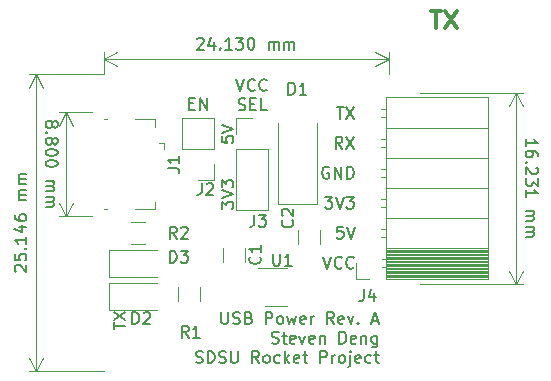
<source format=gbr>
G04 #@! TF.GenerationSoftware,KiCad,Pcbnew,5.1.6-c6e7f7d~86~ubuntu18.04.1*
G04 #@! TF.CreationDate,2020-05-25T23:57:25-07:00*
G04 #@! TF.ProjectId,usb_power,7573625f-706f-4776-9572-2e6b69636164,rev?*
G04 #@! TF.SameCoordinates,Original*
G04 #@! TF.FileFunction,Legend,Top*
G04 #@! TF.FilePolarity,Positive*
%FSLAX46Y46*%
G04 Gerber Fmt 4.6, Leading zero omitted, Abs format (unit mm)*
G04 Created by KiCad (PCBNEW 5.1.6-c6e7f7d~86~ubuntu18.04.1) date 2020-05-25 23:57:25*
%MOMM*%
%LPD*%
G01*
G04 APERTURE LIST*
%ADD10C,0.150000*%
%ADD11C,0.300000*%
%ADD12C,0.120000*%
G04 APERTURE END LIST*
D10*
X161734666Y-88035380D02*
X162068000Y-89035380D01*
X162401333Y-88035380D01*
X163306095Y-88940142D02*
X163258476Y-88987761D01*
X163115619Y-89035380D01*
X163020380Y-89035380D01*
X162877523Y-88987761D01*
X162782285Y-88892523D01*
X162734666Y-88797285D01*
X162687047Y-88606809D01*
X162687047Y-88463952D01*
X162734666Y-88273476D01*
X162782285Y-88178238D01*
X162877523Y-88083000D01*
X163020380Y-88035380D01*
X163115619Y-88035380D01*
X163258476Y-88083000D01*
X163306095Y-88130619D01*
X164306095Y-88940142D02*
X164258476Y-88987761D01*
X164115619Y-89035380D01*
X164020380Y-89035380D01*
X163877523Y-88987761D01*
X163782285Y-88892523D01*
X163734666Y-88797285D01*
X163687047Y-88606809D01*
X163687047Y-88463952D01*
X163734666Y-88273476D01*
X163782285Y-88178238D01*
X163877523Y-88083000D01*
X164020380Y-88035380D01*
X164115619Y-88035380D01*
X164258476Y-88083000D01*
X164306095Y-88130619D01*
X161925142Y-90637761D02*
X162068000Y-90685380D01*
X162306095Y-90685380D01*
X162401333Y-90637761D01*
X162448952Y-90590142D01*
X162496571Y-90494904D01*
X162496571Y-90399666D01*
X162448952Y-90304428D01*
X162401333Y-90256809D01*
X162306095Y-90209190D01*
X162115619Y-90161571D01*
X162020380Y-90113952D01*
X161972761Y-90066333D01*
X161925142Y-89971095D01*
X161925142Y-89875857D01*
X161972761Y-89780619D01*
X162020380Y-89733000D01*
X162115619Y-89685380D01*
X162353714Y-89685380D01*
X162496571Y-89733000D01*
X162925142Y-90161571D02*
X163258476Y-90161571D01*
X163401333Y-90685380D02*
X162925142Y-90685380D01*
X162925142Y-89685380D01*
X163401333Y-89685380D01*
X164306095Y-90685380D02*
X163829904Y-90685380D01*
X163829904Y-89685380D01*
X160488380Y-92900476D02*
X160488380Y-93376666D01*
X160964571Y-93424285D01*
X160916952Y-93376666D01*
X160869333Y-93281428D01*
X160869333Y-93043333D01*
X160916952Y-92948095D01*
X160964571Y-92900476D01*
X161059809Y-92852857D01*
X161297904Y-92852857D01*
X161393142Y-92900476D01*
X161440761Y-92948095D01*
X161488380Y-93043333D01*
X161488380Y-93281428D01*
X161440761Y-93376666D01*
X161393142Y-93424285D01*
X160488380Y-92567142D02*
X161488380Y-92233809D01*
X160488380Y-91900476D01*
X160488380Y-99028095D02*
X160488380Y-98409047D01*
X160869333Y-98742380D01*
X160869333Y-98599523D01*
X160916952Y-98504285D01*
X160964571Y-98456666D01*
X161059809Y-98409047D01*
X161297904Y-98409047D01*
X161393142Y-98456666D01*
X161440761Y-98504285D01*
X161488380Y-98599523D01*
X161488380Y-98885238D01*
X161440761Y-98980476D01*
X161393142Y-99028095D01*
X160488380Y-98123333D02*
X161488380Y-97790000D01*
X160488380Y-97456666D01*
X160488380Y-97218571D02*
X160488380Y-96599523D01*
X160869333Y-96932857D01*
X160869333Y-96790000D01*
X160916952Y-96694761D01*
X160964571Y-96647142D01*
X161059809Y-96599523D01*
X161297904Y-96599523D01*
X161393142Y-96647142D01*
X161440761Y-96694761D01*
X161488380Y-96790000D01*
X161488380Y-97075714D01*
X161440761Y-97170952D01*
X161393142Y-97218571D01*
X157757904Y-90098571D02*
X158091238Y-90098571D01*
X158234095Y-90622380D02*
X157757904Y-90622380D01*
X157757904Y-89622380D01*
X158234095Y-89622380D01*
X158662666Y-90622380D02*
X158662666Y-89622380D01*
X159234095Y-90622380D01*
X159234095Y-89622380D01*
X169098595Y-103084380D02*
X169431928Y-104084380D01*
X169765261Y-103084380D01*
X170670023Y-103989142D02*
X170622404Y-104036761D01*
X170479547Y-104084380D01*
X170384309Y-104084380D01*
X170241452Y-104036761D01*
X170146214Y-103941523D01*
X170098595Y-103846285D01*
X170050976Y-103655809D01*
X170050976Y-103512952D01*
X170098595Y-103322476D01*
X170146214Y-103227238D01*
X170241452Y-103132000D01*
X170384309Y-103084380D01*
X170479547Y-103084380D01*
X170622404Y-103132000D01*
X170670023Y-103179619D01*
X171670023Y-103989142D02*
X171622404Y-104036761D01*
X171479547Y-104084380D01*
X171384309Y-104084380D01*
X171241452Y-104036761D01*
X171146214Y-103941523D01*
X171098595Y-103846285D01*
X171050976Y-103655809D01*
X171050976Y-103512952D01*
X171098595Y-103322476D01*
X171146214Y-103227238D01*
X171241452Y-103132000D01*
X171384309Y-103084380D01*
X171479547Y-103084380D01*
X171622404Y-103132000D01*
X171670023Y-103179619D01*
X170765261Y-100544380D02*
X170289071Y-100544380D01*
X170241452Y-101020571D01*
X170289071Y-100972952D01*
X170384309Y-100925333D01*
X170622404Y-100925333D01*
X170717642Y-100972952D01*
X170765261Y-101020571D01*
X170812880Y-101115809D01*
X170812880Y-101353904D01*
X170765261Y-101449142D01*
X170717642Y-101496761D01*
X170622404Y-101544380D01*
X170384309Y-101544380D01*
X170289071Y-101496761D01*
X170241452Y-101449142D01*
X171098595Y-100544380D02*
X171431928Y-101544380D01*
X171765261Y-100544380D01*
X169241452Y-98004380D02*
X169860500Y-98004380D01*
X169527166Y-98385333D01*
X169670023Y-98385333D01*
X169765261Y-98432952D01*
X169812880Y-98480571D01*
X169860500Y-98575809D01*
X169860500Y-98813904D01*
X169812880Y-98909142D01*
X169765261Y-98956761D01*
X169670023Y-99004380D01*
X169384309Y-99004380D01*
X169289071Y-98956761D01*
X169241452Y-98909142D01*
X170146214Y-98004380D02*
X170479547Y-99004380D01*
X170812880Y-98004380D01*
X171050976Y-98004380D02*
X171670023Y-98004380D01*
X171336690Y-98385333D01*
X171479547Y-98385333D01*
X171574785Y-98432952D01*
X171622404Y-98480571D01*
X171670023Y-98575809D01*
X171670023Y-98813904D01*
X171622404Y-98909142D01*
X171574785Y-98956761D01*
X171479547Y-99004380D01*
X171193833Y-99004380D01*
X171098595Y-98956761D01*
X171050976Y-98909142D01*
X169574785Y-95512000D02*
X169479547Y-95464380D01*
X169336690Y-95464380D01*
X169193833Y-95512000D01*
X169098595Y-95607238D01*
X169050976Y-95702476D01*
X169003357Y-95892952D01*
X169003357Y-96035809D01*
X169050976Y-96226285D01*
X169098595Y-96321523D01*
X169193833Y-96416761D01*
X169336690Y-96464380D01*
X169431928Y-96464380D01*
X169574785Y-96416761D01*
X169622404Y-96369142D01*
X169622404Y-96035809D01*
X169431928Y-96035809D01*
X170050976Y-96464380D02*
X170050976Y-95464380D01*
X170622404Y-96464380D01*
X170622404Y-95464380D01*
X171098595Y-96464380D02*
X171098595Y-95464380D01*
X171336690Y-95464380D01*
X171479547Y-95512000D01*
X171574785Y-95607238D01*
X171622404Y-95702476D01*
X171670023Y-95892952D01*
X171670023Y-96035809D01*
X171622404Y-96226285D01*
X171574785Y-96321523D01*
X171479547Y-96416761D01*
X171336690Y-96464380D01*
X171098595Y-96464380D01*
X170717642Y-93924380D02*
X170384309Y-93448190D01*
X170146214Y-93924380D02*
X170146214Y-92924380D01*
X170527166Y-92924380D01*
X170622404Y-92972000D01*
X170670023Y-93019619D01*
X170717642Y-93114857D01*
X170717642Y-93257714D01*
X170670023Y-93352952D01*
X170622404Y-93400571D01*
X170527166Y-93448190D01*
X170146214Y-93448190D01*
X171050976Y-92924380D02*
X171717642Y-93924380D01*
X171717642Y-92924380D02*
X171050976Y-93924380D01*
X170241452Y-90384380D02*
X170812880Y-90384380D01*
X170527166Y-91384380D02*
X170527166Y-90384380D01*
X171050976Y-90384380D02*
X171717642Y-91384380D01*
X171717642Y-90384380D02*
X171050976Y-91384380D01*
D11*
X178224428Y-82236571D02*
X179081571Y-82236571D01*
X178653000Y-83736571D02*
X178653000Y-82236571D01*
X179438714Y-82236571D02*
X180438714Y-83736571D01*
X180438714Y-82236571D02*
X179438714Y-83736571D01*
D10*
X160463928Y-107784380D02*
X160463928Y-108593904D01*
X160511547Y-108689142D01*
X160559166Y-108736761D01*
X160654404Y-108784380D01*
X160844880Y-108784380D01*
X160940119Y-108736761D01*
X160987738Y-108689142D01*
X161035357Y-108593904D01*
X161035357Y-107784380D01*
X161463928Y-108736761D02*
X161606785Y-108784380D01*
X161844880Y-108784380D01*
X161940119Y-108736761D01*
X161987738Y-108689142D01*
X162035357Y-108593904D01*
X162035357Y-108498666D01*
X161987738Y-108403428D01*
X161940119Y-108355809D01*
X161844880Y-108308190D01*
X161654404Y-108260571D01*
X161559166Y-108212952D01*
X161511547Y-108165333D01*
X161463928Y-108070095D01*
X161463928Y-107974857D01*
X161511547Y-107879619D01*
X161559166Y-107832000D01*
X161654404Y-107784380D01*
X161892500Y-107784380D01*
X162035357Y-107832000D01*
X162797261Y-108260571D02*
X162940119Y-108308190D01*
X162987738Y-108355809D01*
X163035357Y-108451047D01*
X163035357Y-108593904D01*
X162987738Y-108689142D01*
X162940119Y-108736761D01*
X162844880Y-108784380D01*
X162463928Y-108784380D01*
X162463928Y-107784380D01*
X162797261Y-107784380D01*
X162892500Y-107832000D01*
X162940119Y-107879619D01*
X162987738Y-107974857D01*
X162987738Y-108070095D01*
X162940119Y-108165333D01*
X162892500Y-108212952D01*
X162797261Y-108260571D01*
X162463928Y-108260571D01*
X164225833Y-108784380D02*
X164225833Y-107784380D01*
X164606785Y-107784380D01*
X164702023Y-107832000D01*
X164749642Y-107879619D01*
X164797261Y-107974857D01*
X164797261Y-108117714D01*
X164749642Y-108212952D01*
X164702023Y-108260571D01*
X164606785Y-108308190D01*
X164225833Y-108308190D01*
X165368690Y-108784380D02*
X165273452Y-108736761D01*
X165225833Y-108689142D01*
X165178214Y-108593904D01*
X165178214Y-108308190D01*
X165225833Y-108212952D01*
X165273452Y-108165333D01*
X165368690Y-108117714D01*
X165511547Y-108117714D01*
X165606785Y-108165333D01*
X165654404Y-108212952D01*
X165702023Y-108308190D01*
X165702023Y-108593904D01*
X165654404Y-108689142D01*
X165606785Y-108736761D01*
X165511547Y-108784380D01*
X165368690Y-108784380D01*
X166035357Y-108117714D02*
X166225833Y-108784380D01*
X166416309Y-108308190D01*
X166606785Y-108784380D01*
X166797261Y-108117714D01*
X167559166Y-108736761D02*
X167463928Y-108784380D01*
X167273452Y-108784380D01*
X167178214Y-108736761D01*
X167130595Y-108641523D01*
X167130595Y-108260571D01*
X167178214Y-108165333D01*
X167273452Y-108117714D01*
X167463928Y-108117714D01*
X167559166Y-108165333D01*
X167606785Y-108260571D01*
X167606785Y-108355809D01*
X167130595Y-108451047D01*
X168035357Y-108784380D02*
X168035357Y-108117714D01*
X168035357Y-108308190D02*
X168082976Y-108212952D01*
X168130595Y-108165333D01*
X168225833Y-108117714D01*
X168321071Y-108117714D01*
X169987738Y-108784380D02*
X169654404Y-108308190D01*
X169416309Y-108784380D02*
X169416309Y-107784380D01*
X169797261Y-107784380D01*
X169892500Y-107832000D01*
X169940119Y-107879619D01*
X169987738Y-107974857D01*
X169987738Y-108117714D01*
X169940119Y-108212952D01*
X169892500Y-108260571D01*
X169797261Y-108308190D01*
X169416309Y-108308190D01*
X170797261Y-108736761D02*
X170702023Y-108784380D01*
X170511547Y-108784380D01*
X170416309Y-108736761D01*
X170368690Y-108641523D01*
X170368690Y-108260571D01*
X170416309Y-108165333D01*
X170511547Y-108117714D01*
X170702023Y-108117714D01*
X170797261Y-108165333D01*
X170844880Y-108260571D01*
X170844880Y-108355809D01*
X170368690Y-108451047D01*
X171178214Y-108117714D02*
X171416309Y-108784380D01*
X171654404Y-108117714D01*
X172035357Y-108689142D02*
X172082976Y-108736761D01*
X172035357Y-108784380D01*
X171987738Y-108736761D01*
X172035357Y-108689142D01*
X172035357Y-108784380D01*
X173225833Y-108498666D02*
X173702023Y-108498666D01*
X173130595Y-108784380D02*
X173463928Y-107784380D01*
X173797261Y-108784380D01*
X164749642Y-110386761D02*
X164892500Y-110434380D01*
X165130595Y-110434380D01*
X165225833Y-110386761D01*
X165273452Y-110339142D01*
X165321071Y-110243904D01*
X165321071Y-110148666D01*
X165273452Y-110053428D01*
X165225833Y-110005809D01*
X165130595Y-109958190D01*
X164940119Y-109910571D01*
X164844880Y-109862952D01*
X164797261Y-109815333D01*
X164749642Y-109720095D01*
X164749642Y-109624857D01*
X164797261Y-109529619D01*
X164844880Y-109482000D01*
X164940119Y-109434380D01*
X165178214Y-109434380D01*
X165321071Y-109482000D01*
X165606785Y-109767714D02*
X165987738Y-109767714D01*
X165749642Y-109434380D02*
X165749642Y-110291523D01*
X165797261Y-110386761D01*
X165892500Y-110434380D01*
X165987738Y-110434380D01*
X166702023Y-110386761D02*
X166606785Y-110434380D01*
X166416309Y-110434380D01*
X166321071Y-110386761D01*
X166273452Y-110291523D01*
X166273452Y-109910571D01*
X166321071Y-109815333D01*
X166416309Y-109767714D01*
X166606785Y-109767714D01*
X166702023Y-109815333D01*
X166749642Y-109910571D01*
X166749642Y-110005809D01*
X166273452Y-110101047D01*
X167082976Y-109767714D02*
X167321071Y-110434380D01*
X167559166Y-109767714D01*
X168321071Y-110386761D02*
X168225833Y-110434380D01*
X168035357Y-110434380D01*
X167940119Y-110386761D01*
X167892500Y-110291523D01*
X167892500Y-109910571D01*
X167940119Y-109815333D01*
X168035357Y-109767714D01*
X168225833Y-109767714D01*
X168321071Y-109815333D01*
X168368690Y-109910571D01*
X168368690Y-110005809D01*
X167892500Y-110101047D01*
X168797261Y-109767714D02*
X168797261Y-110434380D01*
X168797261Y-109862952D02*
X168844880Y-109815333D01*
X168940119Y-109767714D01*
X169082976Y-109767714D01*
X169178214Y-109815333D01*
X169225833Y-109910571D01*
X169225833Y-110434380D01*
X170463928Y-110434380D02*
X170463928Y-109434380D01*
X170702023Y-109434380D01*
X170844880Y-109482000D01*
X170940119Y-109577238D01*
X170987738Y-109672476D01*
X171035357Y-109862952D01*
X171035357Y-110005809D01*
X170987738Y-110196285D01*
X170940119Y-110291523D01*
X170844880Y-110386761D01*
X170702023Y-110434380D01*
X170463928Y-110434380D01*
X171844880Y-110386761D02*
X171749642Y-110434380D01*
X171559166Y-110434380D01*
X171463928Y-110386761D01*
X171416309Y-110291523D01*
X171416309Y-109910571D01*
X171463928Y-109815333D01*
X171559166Y-109767714D01*
X171749642Y-109767714D01*
X171844880Y-109815333D01*
X171892500Y-109910571D01*
X171892500Y-110005809D01*
X171416309Y-110101047D01*
X172321071Y-109767714D02*
X172321071Y-110434380D01*
X172321071Y-109862952D02*
X172368690Y-109815333D01*
X172463928Y-109767714D01*
X172606785Y-109767714D01*
X172702023Y-109815333D01*
X172749642Y-109910571D01*
X172749642Y-110434380D01*
X173654404Y-109767714D02*
X173654404Y-110577238D01*
X173606785Y-110672476D01*
X173559166Y-110720095D01*
X173463928Y-110767714D01*
X173321071Y-110767714D01*
X173225833Y-110720095D01*
X173654404Y-110386761D02*
X173559166Y-110434380D01*
X173368690Y-110434380D01*
X173273452Y-110386761D01*
X173225833Y-110339142D01*
X173178214Y-110243904D01*
X173178214Y-109958190D01*
X173225833Y-109862952D01*
X173273452Y-109815333D01*
X173368690Y-109767714D01*
X173559166Y-109767714D01*
X173654404Y-109815333D01*
X158321071Y-112036761D02*
X158463928Y-112084380D01*
X158702023Y-112084380D01*
X158797261Y-112036761D01*
X158844880Y-111989142D01*
X158892500Y-111893904D01*
X158892500Y-111798666D01*
X158844880Y-111703428D01*
X158797261Y-111655809D01*
X158702023Y-111608190D01*
X158511547Y-111560571D01*
X158416309Y-111512952D01*
X158368690Y-111465333D01*
X158321071Y-111370095D01*
X158321071Y-111274857D01*
X158368690Y-111179619D01*
X158416309Y-111132000D01*
X158511547Y-111084380D01*
X158749642Y-111084380D01*
X158892500Y-111132000D01*
X159321071Y-112084380D02*
X159321071Y-111084380D01*
X159559166Y-111084380D01*
X159702023Y-111132000D01*
X159797261Y-111227238D01*
X159844880Y-111322476D01*
X159892500Y-111512952D01*
X159892500Y-111655809D01*
X159844880Y-111846285D01*
X159797261Y-111941523D01*
X159702023Y-112036761D01*
X159559166Y-112084380D01*
X159321071Y-112084380D01*
X160273452Y-112036761D02*
X160416309Y-112084380D01*
X160654404Y-112084380D01*
X160749642Y-112036761D01*
X160797261Y-111989142D01*
X160844880Y-111893904D01*
X160844880Y-111798666D01*
X160797261Y-111703428D01*
X160749642Y-111655809D01*
X160654404Y-111608190D01*
X160463928Y-111560571D01*
X160368690Y-111512952D01*
X160321071Y-111465333D01*
X160273452Y-111370095D01*
X160273452Y-111274857D01*
X160321071Y-111179619D01*
X160368690Y-111132000D01*
X160463928Y-111084380D01*
X160702023Y-111084380D01*
X160844880Y-111132000D01*
X161273452Y-111084380D02*
X161273452Y-111893904D01*
X161321071Y-111989142D01*
X161368690Y-112036761D01*
X161463928Y-112084380D01*
X161654404Y-112084380D01*
X161749642Y-112036761D01*
X161797261Y-111989142D01*
X161844880Y-111893904D01*
X161844880Y-111084380D01*
X163654404Y-112084380D02*
X163321071Y-111608190D01*
X163082976Y-112084380D02*
X163082976Y-111084380D01*
X163463928Y-111084380D01*
X163559166Y-111132000D01*
X163606785Y-111179619D01*
X163654404Y-111274857D01*
X163654404Y-111417714D01*
X163606785Y-111512952D01*
X163559166Y-111560571D01*
X163463928Y-111608190D01*
X163082976Y-111608190D01*
X164225833Y-112084380D02*
X164130595Y-112036761D01*
X164082976Y-111989142D01*
X164035357Y-111893904D01*
X164035357Y-111608190D01*
X164082976Y-111512952D01*
X164130595Y-111465333D01*
X164225833Y-111417714D01*
X164368690Y-111417714D01*
X164463928Y-111465333D01*
X164511547Y-111512952D01*
X164559166Y-111608190D01*
X164559166Y-111893904D01*
X164511547Y-111989142D01*
X164463928Y-112036761D01*
X164368690Y-112084380D01*
X164225833Y-112084380D01*
X165416309Y-112036761D02*
X165321071Y-112084380D01*
X165130595Y-112084380D01*
X165035357Y-112036761D01*
X164987738Y-111989142D01*
X164940119Y-111893904D01*
X164940119Y-111608190D01*
X164987738Y-111512952D01*
X165035357Y-111465333D01*
X165130595Y-111417714D01*
X165321071Y-111417714D01*
X165416309Y-111465333D01*
X165844880Y-112084380D02*
X165844880Y-111084380D01*
X165940119Y-111703428D02*
X166225833Y-112084380D01*
X166225833Y-111417714D02*
X165844880Y-111798666D01*
X167035357Y-112036761D02*
X166940119Y-112084380D01*
X166749642Y-112084380D01*
X166654404Y-112036761D01*
X166606785Y-111941523D01*
X166606785Y-111560571D01*
X166654404Y-111465333D01*
X166749642Y-111417714D01*
X166940119Y-111417714D01*
X167035357Y-111465333D01*
X167082976Y-111560571D01*
X167082976Y-111655809D01*
X166606785Y-111751047D01*
X167368690Y-111417714D02*
X167749642Y-111417714D01*
X167511547Y-111084380D02*
X167511547Y-111941523D01*
X167559166Y-112036761D01*
X167654404Y-112084380D01*
X167749642Y-112084380D01*
X168844880Y-112084380D02*
X168844880Y-111084380D01*
X169225833Y-111084380D01*
X169321071Y-111132000D01*
X169368690Y-111179619D01*
X169416309Y-111274857D01*
X169416309Y-111417714D01*
X169368690Y-111512952D01*
X169321071Y-111560571D01*
X169225833Y-111608190D01*
X168844880Y-111608190D01*
X169844880Y-112084380D02*
X169844880Y-111417714D01*
X169844880Y-111608190D02*
X169892499Y-111512952D01*
X169940119Y-111465333D01*
X170035357Y-111417714D01*
X170130595Y-111417714D01*
X170606785Y-112084380D02*
X170511547Y-112036761D01*
X170463928Y-111989142D01*
X170416309Y-111893904D01*
X170416309Y-111608190D01*
X170463928Y-111512952D01*
X170511547Y-111465333D01*
X170606785Y-111417714D01*
X170749642Y-111417714D01*
X170844880Y-111465333D01*
X170892499Y-111512952D01*
X170940119Y-111608190D01*
X170940119Y-111893904D01*
X170892499Y-111989142D01*
X170844880Y-112036761D01*
X170749642Y-112084380D01*
X170606785Y-112084380D01*
X171368690Y-111417714D02*
X171368690Y-112274857D01*
X171321071Y-112370095D01*
X171225833Y-112417714D01*
X171178214Y-112417714D01*
X171368690Y-111084380D02*
X171321071Y-111132000D01*
X171368690Y-111179619D01*
X171416309Y-111132000D01*
X171368690Y-111084380D01*
X171368690Y-111179619D01*
X172225833Y-112036761D02*
X172130595Y-112084380D01*
X171940119Y-112084380D01*
X171844880Y-112036761D01*
X171797261Y-111941523D01*
X171797261Y-111560571D01*
X171844880Y-111465333D01*
X171940119Y-111417714D01*
X172130595Y-111417714D01*
X172225833Y-111465333D01*
X172273452Y-111560571D01*
X172273452Y-111655809D01*
X171797261Y-111751047D01*
X173130595Y-112036761D02*
X173035357Y-112084380D01*
X172844880Y-112084380D01*
X172749642Y-112036761D01*
X172702023Y-111989142D01*
X172654404Y-111893904D01*
X172654404Y-111608190D01*
X172702023Y-111512952D01*
X172749642Y-111465333D01*
X172844880Y-111417714D01*
X173035357Y-111417714D01*
X173130595Y-111465333D01*
X173416309Y-111417714D02*
X173797261Y-111417714D01*
X173559166Y-111084380D02*
X173559166Y-111941523D01*
X173606785Y-112036761D01*
X173702023Y-112084380D01*
X173797261Y-112084380D01*
X186237619Y-93723271D02*
X186237619Y-93151842D01*
X186237619Y-93437557D02*
X187237619Y-93437557D01*
X187094761Y-93342319D01*
X186999523Y-93247080D01*
X186951904Y-93151842D01*
X187237619Y-94580414D02*
X187237619Y-94389938D01*
X187190000Y-94294700D01*
X187142380Y-94247080D01*
X186999523Y-94151842D01*
X186809047Y-94104223D01*
X186428095Y-94104223D01*
X186332857Y-94151842D01*
X186285238Y-94199461D01*
X186237619Y-94294700D01*
X186237619Y-94485176D01*
X186285238Y-94580414D01*
X186332857Y-94628033D01*
X186428095Y-94675652D01*
X186666190Y-94675652D01*
X186761428Y-94628033D01*
X186809047Y-94580414D01*
X186856666Y-94485176D01*
X186856666Y-94294700D01*
X186809047Y-94199461D01*
X186761428Y-94151842D01*
X186666190Y-94104223D01*
X186332857Y-95104223D02*
X186285238Y-95151842D01*
X186237619Y-95104223D01*
X186285238Y-95056604D01*
X186332857Y-95104223D01*
X186237619Y-95104223D01*
X187142380Y-95532795D02*
X187190000Y-95580414D01*
X187237619Y-95675652D01*
X187237619Y-95913747D01*
X187190000Y-96008985D01*
X187142380Y-96056604D01*
X187047142Y-96104223D01*
X186951904Y-96104223D01*
X186809047Y-96056604D01*
X186237619Y-95485176D01*
X186237619Y-96104223D01*
X187237619Y-96437557D02*
X187237619Y-97056604D01*
X186856666Y-96723271D01*
X186856666Y-96866128D01*
X186809047Y-96961366D01*
X186761428Y-97008985D01*
X186666190Y-97056604D01*
X186428095Y-97056604D01*
X186332857Y-97008985D01*
X186285238Y-96961366D01*
X186237619Y-96866128D01*
X186237619Y-96580414D01*
X186285238Y-96485176D01*
X186332857Y-96437557D01*
X186237619Y-98008985D02*
X186237619Y-97437557D01*
X186237619Y-97723271D02*
X187237619Y-97723271D01*
X187094761Y-97628033D01*
X186999523Y-97532795D01*
X186951904Y-97437557D01*
X186237619Y-99199461D02*
X186904285Y-99199461D01*
X186809047Y-99199461D02*
X186856666Y-99247080D01*
X186904285Y-99342319D01*
X186904285Y-99485176D01*
X186856666Y-99580414D01*
X186761428Y-99628033D01*
X186237619Y-99628033D01*
X186761428Y-99628033D02*
X186856666Y-99675652D01*
X186904285Y-99770890D01*
X186904285Y-99913747D01*
X186856666Y-100008985D01*
X186761428Y-100056604D01*
X186237619Y-100056604D01*
X186237619Y-100532795D02*
X186904285Y-100532795D01*
X186809047Y-100532795D02*
X186856666Y-100580414D01*
X186904285Y-100675652D01*
X186904285Y-100818509D01*
X186856666Y-100913747D01*
X186761428Y-100961366D01*
X186237619Y-100961366D01*
X186761428Y-100961366D02*
X186856666Y-101008985D01*
X186904285Y-101104223D01*
X186904285Y-101247080D01*
X186856666Y-101342319D01*
X186761428Y-101389938D01*
X186237619Y-101389938D01*
D12*
X185420000Y-89179400D02*
X185420000Y-105410000D01*
X177328000Y-89179400D02*
X186006421Y-89179400D01*
X177328000Y-105410000D02*
X186006421Y-105410000D01*
X185420000Y-105410000D02*
X184833579Y-104283496D01*
X185420000Y-105410000D02*
X186006421Y-104283496D01*
X185420000Y-89179400D02*
X184833579Y-90305904D01*
X185420000Y-89179400D02*
X186006421Y-90305904D01*
D10*
X151344380Y-109219904D02*
X151344380Y-108648476D01*
X152344380Y-108934190D02*
X151344380Y-108934190D01*
X151344380Y-108410380D02*
X152344380Y-107743714D01*
X151344380Y-107743714D02*
X152344380Y-108410380D01*
X146169048Y-91773809D02*
X146216667Y-91678571D01*
X146264286Y-91630952D01*
X146359524Y-91583333D01*
X146407143Y-91583333D01*
X146502381Y-91630952D01*
X146550001Y-91678571D01*
X146597620Y-91773809D01*
X146597620Y-91964285D01*
X146550001Y-92059523D01*
X146502381Y-92107142D01*
X146407143Y-92154761D01*
X146359524Y-92154761D01*
X146264286Y-92107142D01*
X146216667Y-92059523D01*
X146169048Y-91964285D01*
X146169048Y-91773809D01*
X146121429Y-91678571D01*
X146073810Y-91630952D01*
X145978572Y-91583333D01*
X145788096Y-91583333D01*
X145692858Y-91630952D01*
X145645239Y-91678571D01*
X145597620Y-91773809D01*
X145597620Y-91964285D01*
X145645239Y-92059523D01*
X145692858Y-92107142D01*
X145788096Y-92154761D01*
X145978572Y-92154761D01*
X146073810Y-92107142D01*
X146121429Y-92059523D01*
X146169048Y-91964285D01*
X145692858Y-92583333D02*
X145645239Y-92630952D01*
X145597620Y-92583333D01*
X145645239Y-92535714D01*
X145692858Y-92583333D01*
X145597620Y-92583333D01*
X146169048Y-93202380D02*
X146216667Y-93107142D01*
X146264286Y-93059523D01*
X146359524Y-93011904D01*
X146407143Y-93011904D01*
X146502381Y-93059523D01*
X146550001Y-93107142D01*
X146597620Y-93202380D01*
X146597620Y-93392857D01*
X146550001Y-93488095D01*
X146502381Y-93535714D01*
X146407143Y-93583333D01*
X146359524Y-93583333D01*
X146264286Y-93535714D01*
X146216667Y-93488095D01*
X146169048Y-93392857D01*
X146169048Y-93202380D01*
X146121429Y-93107142D01*
X146073810Y-93059523D01*
X145978572Y-93011904D01*
X145788096Y-93011904D01*
X145692858Y-93059523D01*
X145645239Y-93107142D01*
X145597620Y-93202380D01*
X145597620Y-93392857D01*
X145645239Y-93488095D01*
X145692858Y-93535714D01*
X145788096Y-93583333D01*
X145978572Y-93583333D01*
X146073810Y-93535714D01*
X146121429Y-93488095D01*
X146169048Y-93392857D01*
X146597620Y-94202380D02*
X146597620Y-94297619D01*
X146550001Y-94392857D01*
X146502381Y-94440476D01*
X146407143Y-94488095D01*
X146216667Y-94535714D01*
X145978572Y-94535714D01*
X145788096Y-94488095D01*
X145692858Y-94440476D01*
X145645239Y-94392857D01*
X145597620Y-94297619D01*
X145597620Y-94202380D01*
X145645239Y-94107142D01*
X145692858Y-94059523D01*
X145788096Y-94011904D01*
X145978572Y-93964285D01*
X146216667Y-93964285D01*
X146407143Y-94011904D01*
X146502381Y-94059523D01*
X146550001Y-94107142D01*
X146597620Y-94202380D01*
X146597620Y-95154761D02*
X146597620Y-95250000D01*
X146550001Y-95345238D01*
X146502381Y-95392857D01*
X146407143Y-95440476D01*
X146216667Y-95488095D01*
X145978572Y-95488095D01*
X145788096Y-95440476D01*
X145692858Y-95392857D01*
X145645239Y-95345238D01*
X145597620Y-95250000D01*
X145597620Y-95154761D01*
X145645239Y-95059523D01*
X145692858Y-95011904D01*
X145788096Y-94964285D01*
X145978572Y-94916666D01*
X146216667Y-94916666D01*
X146407143Y-94964285D01*
X146502381Y-95011904D01*
X146550001Y-95059523D01*
X146597620Y-95154761D01*
X145597620Y-96678571D02*
X146264286Y-96678571D01*
X146169048Y-96678571D02*
X146216667Y-96726190D01*
X146264286Y-96821428D01*
X146264286Y-96964285D01*
X146216667Y-97059523D01*
X146121429Y-97107142D01*
X145597620Y-97107142D01*
X146121429Y-97107142D02*
X146216667Y-97154761D01*
X146264286Y-97250000D01*
X146264286Y-97392857D01*
X146216667Y-97488095D01*
X146121429Y-97535714D01*
X145597620Y-97535714D01*
X145597620Y-98011904D02*
X146264286Y-98011904D01*
X146169048Y-98011904D02*
X146216667Y-98059523D01*
X146264286Y-98154761D01*
X146264286Y-98297619D01*
X146216667Y-98392857D01*
X146121429Y-98440476D01*
X145597620Y-98440476D01*
X146121429Y-98440476D02*
X146216667Y-98488095D01*
X146264286Y-98583333D01*
X146264286Y-98726190D01*
X146216667Y-98821428D01*
X146121429Y-98869047D01*
X145597620Y-98869047D01*
D12*
X147320001Y-90850000D02*
X147320001Y-99650000D01*
X149522000Y-90850000D02*
X146733580Y-90850000D01*
X149522000Y-99650000D02*
X146733580Y-99650000D01*
X147320001Y-99650000D02*
X146733580Y-98523496D01*
X147320001Y-99650000D02*
X147906422Y-98523496D01*
X147320001Y-90850000D02*
X146733580Y-91976504D01*
X147320001Y-90850000D02*
X147906422Y-91976504D01*
D10*
X158417142Y-84637619D02*
X158464761Y-84590000D01*
X158560000Y-84542380D01*
X158798095Y-84542380D01*
X158893333Y-84590000D01*
X158940952Y-84637619D01*
X158988571Y-84732857D01*
X158988571Y-84828095D01*
X158940952Y-84970952D01*
X158369523Y-85542380D01*
X158988571Y-85542380D01*
X159845714Y-84875714D02*
X159845714Y-85542380D01*
X159607619Y-84494761D02*
X159369523Y-85209047D01*
X159988571Y-85209047D01*
X160369523Y-85447142D02*
X160417142Y-85494761D01*
X160369523Y-85542380D01*
X160321904Y-85494761D01*
X160369523Y-85447142D01*
X160369523Y-85542380D01*
X161369523Y-85542380D02*
X160798095Y-85542380D01*
X161083809Y-85542380D02*
X161083809Y-84542380D01*
X160988571Y-84685238D01*
X160893333Y-84780476D01*
X160798095Y-84828095D01*
X161702857Y-84542380D02*
X162321904Y-84542380D01*
X161988571Y-84923333D01*
X162131428Y-84923333D01*
X162226666Y-84970952D01*
X162274285Y-85018571D01*
X162321904Y-85113809D01*
X162321904Y-85351904D01*
X162274285Y-85447142D01*
X162226666Y-85494761D01*
X162131428Y-85542380D01*
X161845714Y-85542380D01*
X161750476Y-85494761D01*
X161702857Y-85447142D01*
X162940952Y-84542380D02*
X163036190Y-84542380D01*
X163131428Y-84590000D01*
X163179047Y-84637619D01*
X163226666Y-84732857D01*
X163274285Y-84923333D01*
X163274285Y-85161428D01*
X163226666Y-85351904D01*
X163179047Y-85447142D01*
X163131428Y-85494761D01*
X163036190Y-85542380D01*
X162940952Y-85542380D01*
X162845714Y-85494761D01*
X162798095Y-85447142D01*
X162750476Y-85351904D01*
X162702857Y-85161428D01*
X162702857Y-84923333D01*
X162750476Y-84732857D01*
X162798095Y-84637619D01*
X162845714Y-84590000D01*
X162940952Y-84542380D01*
X164464761Y-85542380D02*
X164464761Y-84875714D01*
X164464761Y-84970952D02*
X164512380Y-84923333D01*
X164607619Y-84875714D01*
X164750476Y-84875714D01*
X164845714Y-84923333D01*
X164893333Y-85018571D01*
X164893333Y-85542380D01*
X164893333Y-85018571D02*
X164940952Y-84923333D01*
X165036190Y-84875714D01*
X165179047Y-84875714D01*
X165274285Y-84923333D01*
X165321904Y-85018571D01*
X165321904Y-85542380D01*
X165798095Y-85542380D02*
X165798095Y-84875714D01*
X165798095Y-84970952D02*
X165845714Y-84923333D01*
X165940952Y-84875714D01*
X166083809Y-84875714D01*
X166179047Y-84923333D01*
X166226666Y-85018571D01*
X166226666Y-85542380D01*
X166226666Y-85018571D02*
X166274285Y-84923333D01*
X166369523Y-84875714D01*
X166512380Y-84875714D01*
X166607619Y-84923333D01*
X166655238Y-85018571D01*
X166655238Y-85542380D01*
D12*
X150495000Y-86360000D02*
X174625000Y-86360000D01*
X150495000Y-87630000D02*
X150495000Y-85773579D01*
X174625000Y-87630000D02*
X174625000Y-85773579D01*
X174625000Y-86360000D02*
X173498496Y-86946421D01*
X174625000Y-86360000D02*
X173498496Y-85773579D01*
X150495000Y-86360000D02*
X151621504Y-86946421D01*
X150495000Y-86360000D02*
X151621504Y-85773579D01*
D10*
X143057619Y-104345857D02*
X143010000Y-104298238D01*
X142962380Y-104203000D01*
X142962380Y-103964904D01*
X143010000Y-103869666D01*
X143057619Y-103822047D01*
X143152857Y-103774428D01*
X143248095Y-103774428D01*
X143390952Y-103822047D01*
X143962380Y-104393476D01*
X143962380Y-103774428D01*
X142962380Y-102869666D02*
X142962380Y-103345857D01*
X143438571Y-103393476D01*
X143390952Y-103345857D01*
X143343333Y-103250619D01*
X143343333Y-103012523D01*
X143390952Y-102917285D01*
X143438571Y-102869666D01*
X143533809Y-102822047D01*
X143771904Y-102822047D01*
X143867142Y-102869666D01*
X143914761Y-102917285D01*
X143962380Y-103012523D01*
X143962380Y-103250619D01*
X143914761Y-103345857D01*
X143867142Y-103393476D01*
X143867142Y-102393476D02*
X143914761Y-102345857D01*
X143962380Y-102393476D01*
X143914761Y-102441095D01*
X143867142Y-102393476D01*
X143962380Y-102393476D01*
X143962380Y-101393476D02*
X143962380Y-101964904D01*
X143962380Y-101679190D02*
X142962380Y-101679190D01*
X143105238Y-101774428D01*
X143200476Y-101869666D01*
X143248095Y-101964904D01*
X143295714Y-100536333D02*
X143962380Y-100536333D01*
X142914761Y-100774428D02*
X143629047Y-101012523D01*
X143629047Y-100393476D01*
X142962380Y-99583952D02*
X142962380Y-99774428D01*
X143010000Y-99869666D01*
X143057619Y-99917285D01*
X143200476Y-100012523D01*
X143390952Y-100060142D01*
X143771904Y-100060142D01*
X143867142Y-100012523D01*
X143914761Y-99964904D01*
X143962380Y-99869666D01*
X143962380Y-99679190D01*
X143914761Y-99583952D01*
X143867142Y-99536333D01*
X143771904Y-99488714D01*
X143533809Y-99488714D01*
X143438571Y-99536333D01*
X143390952Y-99583952D01*
X143343333Y-99679190D01*
X143343333Y-99869666D01*
X143390952Y-99964904D01*
X143438571Y-100012523D01*
X143533809Y-100060142D01*
X143962380Y-98298238D02*
X143295714Y-98298238D01*
X143390952Y-98298238D02*
X143343333Y-98250619D01*
X143295714Y-98155380D01*
X143295714Y-98012523D01*
X143343333Y-97917285D01*
X143438571Y-97869666D01*
X143962380Y-97869666D01*
X143438571Y-97869666D02*
X143343333Y-97822047D01*
X143295714Y-97726809D01*
X143295714Y-97583952D01*
X143343333Y-97488714D01*
X143438571Y-97441095D01*
X143962380Y-97441095D01*
X143962380Y-96964904D02*
X143295714Y-96964904D01*
X143390952Y-96964904D02*
X143343333Y-96917285D01*
X143295714Y-96822047D01*
X143295714Y-96679190D01*
X143343333Y-96583952D01*
X143438571Y-96536333D01*
X143962380Y-96536333D01*
X143438571Y-96536333D02*
X143343333Y-96488714D01*
X143295714Y-96393476D01*
X143295714Y-96250619D01*
X143343333Y-96155380D01*
X143438571Y-96107761D01*
X143962380Y-96107761D01*
D12*
X144780000Y-112776000D02*
X144780000Y-87630000D01*
X150495000Y-112776000D02*
X144193579Y-112776000D01*
X150495000Y-87630000D02*
X144193579Y-87630000D01*
X144780000Y-87630000D02*
X145366421Y-88756504D01*
X144780000Y-87630000D02*
X144193579Y-88756504D01*
X144780000Y-112776000D02*
X145366421Y-111649496D01*
X144780000Y-112776000D02*
X144193579Y-111649496D01*
X155572000Y-93490000D02*
X155182000Y-93490000D01*
X155572000Y-93490000D02*
X155572000Y-93940000D01*
X154872000Y-99060000D02*
X154872000Y-98410000D01*
X153142000Y-99060000D02*
X154872000Y-99060000D01*
X150572000Y-91440000D02*
X150782000Y-91440000D01*
X150572000Y-99060000D02*
X150782000Y-99060000D01*
X153142000Y-91440000D02*
X154872000Y-91440000D01*
X154872000Y-91440000D02*
X154872000Y-92100000D01*
X153981564Y-102002000D02*
X152777436Y-102002000D01*
X153981564Y-100182000D02*
X152777436Y-100182000D01*
X158644000Y-105606436D02*
X158644000Y-106810564D01*
X156824000Y-105606436D02*
X156824000Y-106810564D01*
X183064000Y-104842000D02*
X174434000Y-104842000D01*
X183064000Y-104723905D02*
X174434000Y-104723905D01*
X183064000Y-104605810D02*
X174434000Y-104605810D01*
X183064000Y-104487715D02*
X174434000Y-104487715D01*
X183064000Y-104369620D02*
X174434000Y-104369620D01*
X183064000Y-104251525D02*
X174434000Y-104251525D01*
X183064000Y-104133430D02*
X174434000Y-104133430D01*
X183064000Y-104015335D02*
X174434000Y-104015335D01*
X183064000Y-103897240D02*
X174434000Y-103897240D01*
X183064000Y-103779145D02*
X174434000Y-103779145D01*
X183064000Y-103661050D02*
X174434000Y-103661050D01*
X183064000Y-103542955D02*
X174434000Y-103542955D01*
X183064000Y-103424860D02*
X174434000Y-103424860D01*
X183064000Y-103306765D02*
X174434000Y-103306765D01*
X183064000Y-103188670D02*
X174434000Y-103188670D01*
X183064000Y-103070575D02*
X174434000Y-103070575D01*
X183064000Y-102952480D02*
X174434000Y-102952480D01*
X183064000Y-102834385D02*
X174434000Y-102834385D01*
X183064000Y-102716290D02*
X174434000Y-102716290D01*
X183064000Y-102598195D02*
X174434000Y-102598195D01*
X183064000Y-102480100D02*
X174434000Y-102480100D01*
X174434000Y-103992000D02*
X174084000Y-103992000D01*
X174434000Y-103272000D02*
X174084000Y-103272000D01*
X174434000Y-101452000D02*
X174024000Y-101452000D01*
X174434000Y-100732000D02*
X174024000Y-100732000D01*
X174434000Y-98912000D02*
X174024000Y-98912000D01*
X174434000Y-98192000D02*
X174024000Y-98192000D01*
X174434000Y-96372000D02*
X174024000Y-96372000D01*
X174434000Y-95652000D02*
X174024000Y-95652000D01*
X174434000Y-93832000D02*
X174024000Y-93832000D01*
X174434000Y-93112000D02*
X174024000Y-93112000D01*
X174434000Y-91292000D02*
X174024000Y-91292000D01*
X174434000Y-90572000D02*
X174024000Y-90572000D01*
X183064000Y-102362000D02*
X174434000Y-102362000D01*
X183064000Y-99822000D02*
X174434000Y-99822000D01*
X183064000Y-97282000D02*
X174434000Y-97282000D01*
X183064000Y-94742000D02*
X174434000Y-94742000D01*
X183064000Y-92202000D02*
X174434000Y-92202000D01*
X183064000Y-104962000D02*
X174434000Y-104962000D01*
X174434000Y-104962000D02*
X174434000Y-89602000D01*
X183064000Y-89602000D02*
X174434000Y-89602000D01*
X183064000Y-104962000D02*
X183064000Y-89602000D01*
X171864000Y-104962000D02*
X171864000Y-103632000D01*
X172974000Y-104962000D02*
X171864000Y-104962000D01*
X154979500Y-102497000D02*
X150919500Y-102497000D01*
X150919500Y-102497000D02*
X150919500Y-104767000D01*
X150919500Y-104767000D02*
X154979500Y-104767000D01*
X154979500Y-105291000D02*
X150919500Y-105291000D01*
X150919500Y-105291000D02*
X150919500Y-107561000D01*
X150919500Y-107561000D02*
X154979500Y-107561000D01*
X160634000Y-102304436D02*
X160634000Y-103508564D01*
X162454000Y-102304436D02*
X162454000Y-103508564D01*
X166984000Y-101984564D02*
X166984000Y-100780436D01*
X168804000Y-101984564D02*
X168804000Y-100780436D01*
X165228000Y-98634000D02*
X165228000Y-91734000D01*
X168528000Y-98634000D02*
X168528000Y-91734000D01*
X165228000Y-98634000D02*
X168528000Y-98634000D01*
X159826000Y-96580000D02*
X158496000Y-96580000D01*
X159826000Y-95250000D02*
X159826000Y-96580000D01*
X159826000Y-93980000D02*
X157166000Y-93980000D01*
X157166000Y-93980000D02*
X157166000Y-91380000D01*
X159826000Y-93980000D02*
X159826000Y-91380000D01*
X159826000Y-91380000D02*
X157166000Y-91380000D01*
X161738000Y-91380000D02*
X163068000Y-91380000D01*
X161738000Y-92710000D02*
X161738000Y-91380000D01*
X161738000Y-93980000D02*
X164398000Y-93980000D01*
X164398000Y-93980000D02*
X164398000Y-99120000D01*
X161738000Y-93980000D02*
X161738000Y-99120000D01*
X161738000Y-99120000D02*
X164398000Y-99120000D01*
X166000000Y-104054000D02*
X163550000Y-104054000D01*
X164200000Y-107274000D02*
X166000000Y-107274000D01*
D10*
X155914380Y-95583333D02*
X156628666Y-95583333D01*
X156771523Y-95630952D01*
X156866761Y-95726190D01*
X156914380Y-95869047D01*
X156914380Y-95964285D01*
X156914380Y-94583333D02*
X156914380Y-95154761D01*
X156914380Y-94869047D02*
X155914380Y-94869047D01*
X156057238Y-94964285D01*
X156152476Y-95059523D01*
X156200095Y-95154761D01*
X156678333Y-101544380D02*
X156345000Y-101068190D01*
X156106904Y-101544380D02*
X156106904Y-100544380D01*
X156487857Y-100544380D01*
X156583095Y-100592000D01*
X156630714Y-100639619D01*
X156678333Y-100734857D01*
X156678333Y-100877714D01*
X156630714Y-100972952D01*
X156583095Y-101020571D01*
X156487857Y-101068190D01*
X156106904Y-101068190D01*
X157059285Y-100639619D02*
X157106904Y-100592000D01*
X157202142Y-100544380D01*
X157440238Y-100544380D01*
X157535476Y-100592000D01*
X157583095Y-100639619D01*
X157630714Y-100734857D01*
X157630714Y-100830095D01*
X157583095Y-100972952D01*
X157011666Y-101544380D01*
X157630714Y-101544380D01*
X157694333Y-109926380D02*
X157361000Y-109450190D01*
X157122904Y-109926380D02*
X157122904Y-108926380D01*
X157503857Y-108926380D01*
X157599095Y-108974000D01*
X157646714Y-109021619D01*
X157694333Y-109116857D01*
X157694333Y-109259714D01*
X157646714Y-109354952D01*
X157599095Y-109402571D01*
X157503857Y-109450190D01*
X157122904Y-109450190D01*
X158646714Y-109926380D02*
X158075285Y-109926380D01*
X158361000Y-109926380D02*
X158361000Y-108926380D01*
X158265761Y-109069238D01*
X158170523Y-109164476D01*
X158075285Y-109212095D01*
X172513666Y-105854380D02*
X172513666Y-106568666D01*
X172466047Y-106711523D01*
X172370809Y-106806761D01*
X172227952Y-106854380D01*
X172132714Y-106854380D01*
X173418428Y-106187714D02*
X173418428Y-106854380D01*
X173180333Y-105806761D02*
X172942238Y-106521047D01*
X173561285Y-106521047D01*
X156106904Y-103576380D02*
X156106904Y-102576380D01*
X156345000Y-102576380D01*
X156487857Y-102624000D01*
X156583095Y-102719238D01*
X156630714Y-102814476D01*
X156678333Y-103004952D01*
X156678333Y-103147809D01*
X156630714Y-103338285D01*
X156583095Y-103433523D01*
X156487857Y-103528761D01*
X156345000Y-103576380D01*
X156106904Y-103576380D01*
X157011666Y-102576380D02*
X157630714Y-102576380D01*
X157297380Y-102957333D01*
X157440238Y-102957333D01*
X157535476Y-103004952D01*
X157583095Y-103052571D01*
X157630714Y-103147809D01*
X157630714Y-103385904D01*
X157583095Y-103481142D01*
X157535476Y-103528761D01*
X157440238Y-103576380D01*
X157154523Y-103576380D01*
X157059285Y-103528761D01*
X157011666Y-103481142D01*
X152931904Y-108783380D02*
X152931904Y-107783380D01*
X153170000Y-107783380D01*
X153312857Y-107831000D01*
X153408095Y-107926238D01*
X153455714Y-108021476D01*
X153503333Y-108211952D01*
X153503333Y-108354809D01*
X153455714Y-108545285D01*
X153408095Y-108640523D01*
X153312857Y-108735761D01*
X153170000Y-108783380D01*
X152931904Y-108783380D01*
X153884285Y-107878619D02*
X153931904Y-107831000D01*
X154027142Y-107783380D01*
X154265238Y-107783380D01*
X154360476Y-107831000D01*
X154408095Y-107878619D01*
X154455714Y-107973857D01*
X154455714Y-108069095D01*
X154408095Y-108211952D01*
X153836666Y-108783380D01*
X154455714Y-108783380D01*
X163721142Y-103073166D02*
X163768761Y-103120785D01*
X163816380Y-103263642D01*
X163816380Y-103358880D01*
X163768761Y-103501738D01*
X163673523Y-103596976D01*
X163578285Y-103644595D01*
X163387809Y-103692214D01*
X163244952Y-103692214D01*
X163054476Y-103644595D01*
X162959238Y-103596976D01*
X162864000Y-103501738D01*
X162816380Y-103358880D01*
X162816380Y-103263642D01*
X162864000Y-103120785D01*
X162911619Y-103073166D01*
X163816380Y-102120785D02*
X163816380Y-102692214D01*
X163816380Y-102406500D02*
X162816380Y-102406500D01*
X162959238Y-102501738D01*
X163054476Y-102596976D01*
X163102095Y-102692214D01*
X166473142Y-99988666D02*
X166520761Y-100036285D01*
X166568380Y-100179142D01*
X166568380Y-100274380D01*
X166520761Y-100417238D01*
X166425523Y-100512476D01*
X166330285Y-100560095D01*
X166139809Y-100607714D01*
X165996952Y-100607714D01*
X165806476Y-100560095D01*
X165711238Y-100512476D01*
X165616000Y-100417238D01*
X165568380Y-100274380D01*
X165568380Y-100179142D01*
X165616000Y-100036285D01*
X165663619Y-99988666D01*
X165663619Y-99607714D02*
X165616000Y-99560095D01*
X165568380Y-99464857D01*
X165568380Y-99226761D01*
X165616000Y-99131523D01*
X165663619Y-99083904D01*
X165758857Y-99036285D01*
X165854095Y-99036285D01*
X165996952Y-99083904D01*
X166568380Y-99655333D01*
X166568380Y-99036285D01*
X166139904Y-89352380D02*
X166139904Y-88352380D01*
X166378000Y-88352380D01*
X166520857Y-88400000D01*
X166616095Y-88495238D01*
X166663714Y-88590476D01*
X166711333Y-88780952D01*
X166711333Y-88923809D01*
X166663714Y-89114285D01*
X166616095Y-89209523D01*
X166520857Y-89304761D01*
X166378000Y-89352380D01*
X166139904Y-89352380D01*
X167663714Y-89352380D02*
X167092285Y-89352380D01*
X167378000Y-89352380D02*
X167378000Y-88352380D01*
X167282761Y-88495238D01*
X167187523Y-88590476D01*
X167092285Y-88638095D01*
X158797666Y-96861380D02*
X158797666Y-97575666D01*
X158750047Y-97718523D01*
X158654809Y-97813761D01*
X158511952Y-97861380D01*
X158416714Y-97861380D01*
X159226238Y-96956619D02*
X159273857Y-96909000D01*
X159369095Y-96861380D01*
X159607190Y-96861380D01*
X159702428Y-96909000D01*
X159750047Y-96956619D01*
X159797666Y-97051857D01*
X159797666Y-97147095D01*
X159750047Y-97289952D01*
X159178619Y-97861380D01*
X159797666Y-97861380D01*
X163242666Y-99528380D02*
X163242666Y-100242666D01*
X163195047Y-100385523D01*
X163099809Y-100480761D01*
X162956952Y-100528380D01*
X162861714Y-100528380D01*
X163623619Y-99528380D02*
X164242666Y-99528380D01*
X163909333Y-99909333D01*
X164052190Y-99909333D01*
X164147428Y-99956952D01*
X164195047Y-100004571D01*
X164242666Y-100099809D01*
X164242666Y-100337904D01*
X164195047Y-100433142D01*
X164147428Y-100480761D01*
X164052190Y-100528380D01*
X163766476Y-100528380D01*
X163671238Y-100480761D01*
X163623619Y-100433142D01*
X164846095Y-102830380D02*
X164846095Y-103639904D01*
X164893714Y-103735142D01*
X164941333Y-103782761D01*
X165036571Y-103830380D01*
X165227047Y-103830380D01*
X165322285Y-103782761D01*
X165369904Y-103735142D01*
X165417523Y-103639904D01*
X165417523Y-102830380D01*
X166417523Y-103830380D02*
X165846095Y-103830380D01*
X166131809Y-103830380D02*
X166131809Y-102830380D01*
X166036571Y-102973238D01*
X165941333Y-103068476D01*
X165846095Y-103116095D01*
M02*

</source>
